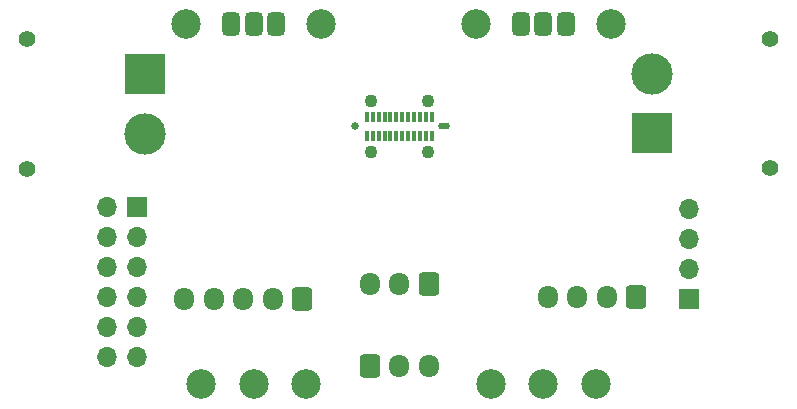
<source format=gbr>
%TF.GenerationSoftware,KiCad,Pcbnew,7.0.11*%
%TF.CreationDate,2025-01-20T01:43:57+09:00*%
%TF.ProjectId,Relay,52656c61-792e-46b6-9963-61645f706362,rev?*%
%TF.SameCoordinates,Original*%
%TF.FileFunction,Soldermask,Top*%
%TF.FilePolarity,Negative*%
%FSLAX46Y46*%
G04 Gerber Fmt 4.6, Leading zero omitted, Abs format (unit mm)*
G04 Created by KiCad (PCBNEW 7.0.11) date 2025-01-20 01:43:57*
%MOMM*%
%LPD*%
G01*
G04 APERTURE LIST*
G04 Aperture macros list*
%AMRoundRect*
0 Rectangle with rounded corners*
0 $1 Rounding radius*
0 $2 $3 $4 $5 $6 $7 $8 $9 X,Y pos of 4 corners*
0 Add a 4 corners polygon primitive as box body*
4,1,4,$2,$3,$4,$5,$6,$7,$8,$9,$2,$3,0*
0 Add four circle primitives for the rounded corners*
1,1,$1+$1,$2,$3*
1,1,$1+$1,$4,$5*
1,1,$1+$1,$6,$7*
1,1,$1+$1,$8,$9*
0 Add four rect primitives between the rounded corners*
20,1,$1+$1,$2,$3,$4,$5,0*
20,1,$1+$1,$4,$5,$6,$7,0*
20,1,$1+$1,$6,$7,$8,$9,0*
20,1,$1+$1,$8,$9,$2,$3,0*%
G04 Aperture macros list end*
%ADD10C,1.400000*%
%ADD11R,3.500000X3.500000*%
%ADD12C,3.500000*%
%ADD13RoundRect,0.250000X-0.600000X-0.725000X0.600000X-0.725000X0.600000X0.725000X-0.600000X0.725000X0*%
%ADD14O,1.700000X1.950000*%
%ADD15C,0.660000*%
%ADD16O,1.000000X0.580000*%
%ADD17R,0.300000X0.850000*%
%ADD18C,1.100000*%
%ADD19C,2.500000*%
%ADD20RoundRect,0.375000X0.375000X0.625000X-0.375000X0.625000X-0.375000X-0.625000X0.375000X-0.625000X0*%
%ADD21RoundRect,0.250000X0.600000X0.725000X-0.600000X0.725000X-0.600000X-0.725000X0.600000X-0.725000X0*%
%ADD22R,1.700000X1.700000*%
%ADD23O,1.700000X1.700000*%
G04 APERTURE END LIST*
D10*
%TO.C,J4*%
X120897000Y-86145000D03*
X120897000Y-75145000D03*
D11*
X130897000Y-78145000D03*
D12*
X130897000Y-83145000D03*
%TD*%
D13*
%TO.C,J5*%
X149900000Y-102853000D03*
D14*
X152400000Y-102853000D03*
X154900000Y-102853000D03*
%TD*%
D15*
%TO.C,J1*%
X148650000Y-82550000D03*
D16*
X156150000Y-82550000D03*
D17*
X149650000Y-81715000D03*
X150150000Y-81715000D03*
X150650000Y-81715000D03*
X151150000Y-81715000D03*
X151650000Y-81715000D03*
X152150000Y-81715000D03*
X152650000Y-81715000D03*
X153150000Y-81715000D03*
X153650000Y-81715000D03*
X154150000Y-81715000D03*
X154650000Y-81715000D03*
X155150000Y-81715000D03*
X155150000Y-83385000D03*
X154650000Y-83385000D03*
X154150000Y-83385000D03*
X153650000Y-83385000D03*
X153150000Y-83385000D03*
X152650000Y-83385000D03*
X152150000Y-83385000D03*
X151650000Y-83385000D03*
X151150000Y-83385000D03*
X150650000Y-83385000D03*
X150150000Y-83385000D03*
X149650000Y-83385000D03*
D18*
X150000000Y-80400000D03*
X150000000Y-84700000D03*
X154800000Y-80400000D03*
X154800000Y-84700000D03*
%TD*%
D19*
%TO.C,U2*%
X158877000Y-73906000D03*
X170307000Y-73906000D03*
D20*
X166497000Y-73906000D03*
X164592000Y-73906000D03*
X162687000Y-73906000D03*
D19*
X169037000Y-104386000D03*
X164592000Y-104386000D03*
X160147000Y-104386000D03*
%TD*%
D21*
%TO.C,J6*%
X154900000Y-95902000D03*
D14*
X152400000Y-95902000D03*
X149900000Y-95902000D03*
%TD*%
D22*
%TO.C,J8*%
X130212000Y-89408000D03*
D23*
X127672000Y-89408000D03*
X130212000Y-91948000D03*
X127672000Y-91948000D03*
X130212000Y-94488000D03*
X127672000Y-94488000D03*
X130212000Y-97028000D03*
X127672000Y-97028000D03*
X130212000Y-99568000D03*
X127672000Y-99568000D03*
X130212000Y-102108000D03*
X127672000Y-102108000D03*
%TD*%
D10*
%TO.C,J3*%
X183769000Y-75106000D03*
X183769000Y-86106000D03*
D11*
X173769000Y-83106000D03*
D12*
X173769000Y-78106000D03*
%TD*%
D19*
%TO.C,U1*%
X134366000Y-73914000D03*
X145796000Y-73914000D03*
D20*
X141986000Y-73914000D03*
X140081000Y-73914000D03*
X138176000Y-73914000D03*
D19*
X144526000Y-104394000D03*
X140081000Y-104394000D03*
X135636000Y-104394000D03*
%TD*%
D22*
%TO.C,J7*%
X176956000Y-97195000D03*
D23*
X176956000Y-94655000D03*
X176956000Y-92115000D03*
X176956000Y-89575000D03*
%TD*%
D21*
%TO.C,J9*%
X172466000Y-97028000D03*
D14*
X169966000Y-97028000D03*
X167466000Y-97028000D03*
X164966000Y-97028000D03*
%TD*%
D21*
%TO.C,J2*%
X144192000Y-97134000D03*
D14*
X141692000Y-97134000D03*
X139192000Y-97134000D03*
X136692000Y-97134000D03*
X134192000Y-97134000D03*
%TD*%
M02*

</source>
